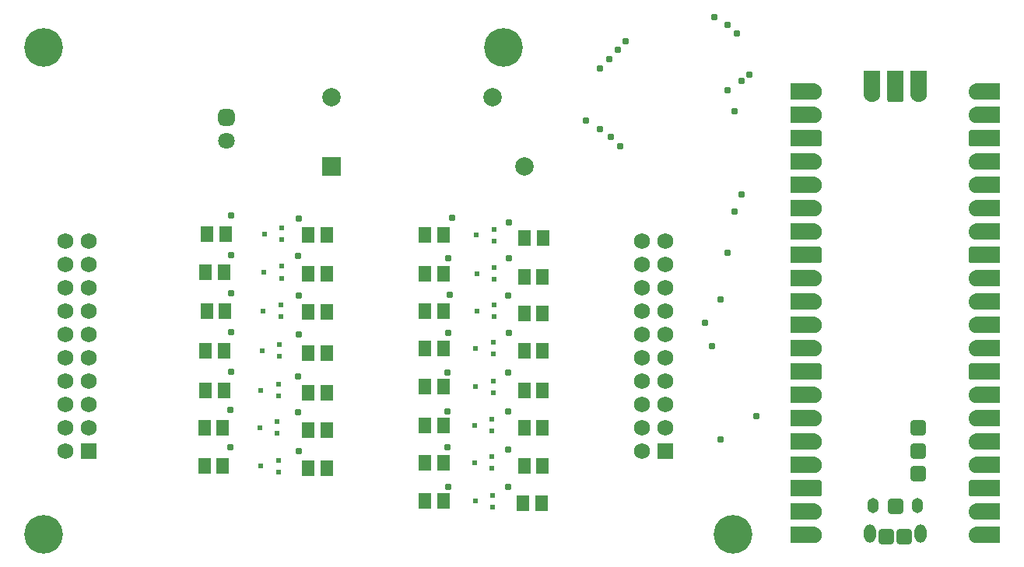
<source format=gbr>
G04*
G04 #@! TF.GenerationSoftware,Altium Limited,Altium Designer,23.9.2 (47)*
G04*
G04 Layer_Color=8388736*
%FSLAX25Y25*%
%MOIN*%
G70*
G04*
G04 #@! TF.SameCoordinates,7D7DC0CB-560A-4B43-BD03-011E7A05A225*
G04*
G04*
G04 #@! TF.FilePolarity,Negative*
G04*
G01*
G75*
%ADD17R,0.02362X0.01850*%
%ADD19O,0.04934X0.06509*%
%ADD20O,0.05131X0.07887*%
G04:AMPARAMS|DCode=21|XSize=67.06mil|YSize=67.06mil|CornerRadius=15.81mil|HoleSize=0mil|Usage=FLASHONLY|Rotation=180.000|XOffset=0mil|YOffset=0mil|HoleType=Round|Shape=RoundedRectangle|*
%AMROUNDEDRECTD21*
21,1,0.06706,0.03543,0,0,180.0*
21,1,0.03543,0.06706,0,0,180.0*
1,1,0.03162,-0.01772,0.01772*
1,1,0.03162,0.01772,0.01772*
1,1,0.03162,0.01772,-0.01772*
1,1,0.03162,-0.01772,-0.01772*
%
%ADD21ROUNDEDRECTD21*%
%ADD22R,0.05524X0.06509*%
%ADD23C,0.06800*%
%ADD24R,0.06850X0.06850*%
%ADD25C,0.06850*%
%ADD26C,0.07099*%
G04:AMPARAMS|DCode=27|XSize=70.99mil|YSize=70.99mil|CornerRadius=19.75mil|HoleSize=0mil|Usage=FLASHONLY|Rotation=270.000|XOffset=0mil|YOffset=0mil|HoleType=Round|Shape=RoundedRectangle|*
%AMROUNDEDRECTD27*
21,1,0.07099,0.03150,0,0,270.0*
21,1,0.03150,0.07099,0,0,270.0*
1,1,0.03950,-0.01575,-0.01575*
1,1,0.03950,-0.01575,0.01575*
1,1,0.03950,0.01575,0.01575*
1,1,0.03950,0.01575,-0.01575*
%
%ADD27ROUNDEDRECTD27*%
%ADD28C,0.07887*%
%ADD29R,0.07887X0.07887*%
%ADD30C,0.03100*%
%ADD31C,0.16548*%
G36*
X429343Y197957D02*
X419500D01*
X419315Y197961D01*
X419130Y197976D01*
X418945Y198000D01*
X418764Y198035D01*
X418583Y198079D01*
X418405Y198130D01*
X418228Y198193D01*
X418059Y198264D01*
X417890Y198343D01*
X417728Y198433D01*
X417571Y198528D01*
X417417Y198634D01*
X417272Y198748D01*
X417130Y198866D01*
X416996Y198996D01*
X416866Y199130D01*
X416748Y199272D01*
X416634Y199417D01*
X416528Y199571D01*
X416433Y199728D01*
X416342Y199890D01*
X416264Y200059D01*
X416193Y200228D01*
X416130Y200406D01*
X416079Y200583D01*
X416035Y200764D01*
X416000Y200945D01*
X415976Y201130D01*
X415961Y201315D01*
X415957Y201500D01*
X415961Y201685D01*
X415976Y201870D01*
X416000Y202055D01*
X416035Y202236D01*
X416079Y202417D01*
X416130Y202594D01*
X416193Y202772D01*
X416264Y202941D01*
X416342Y203110D01*
X416433Y203272D01*
X416528Y203429D01*
X416634Y203583D01*
X416748Y203728D01*
X416866Y203870D01*
X416996Y204004D01*
X417130Y204134D01*
X417272Y204252D01*
X417417Y204366D01*
X417571Y204472D01*
X417728Y204567D01*
X417890Y204658D01*
X418059Y204736D01*
X418228Y204807D01*
X418405Y204870D01*
X418583Y204921D01*
X418764Y204965D01*
X418945Y205000D01*
X419130Y205024D01*
X419315Y205039D01*
X419500Y205043D01*
X429343D01*
Y197957D01*
D02*
G37*
G36*
X349685Y205039D02*
X349870Y205024D01*
X350055Y205000D01*
X350236Y204965D01*
X350417Y204921D01*
X350594Y204870D01*
X350772Y204807D01*
X350941Y204736D01*
X351110Y204658D01*
X351272Y204567D01*
X351429Y204472D01*
X351583Y204366D01*
X351728Y204252D01*
X351870Y204134D01*
X352004Y204004D01*
X352134Y203870D01*
X352252Y203728D01*
X352366Y203583D01*
X352472Y203429D01*
X352567Y203272D01*
X352658Y203110D01*
X352736Y202941D01*
X352807Y202772D01*
X352870Y202594D01*
X352921Y202417D01*
X352965Y202236D01*
X353000Y202055D01*
X353024Y201870D01*
X353039Y201685D01*
X353043Y201500D01*
X353039Y201315D01*
X353024Y201130D01*
X353000Y200945D01*
X352965Y200764D01*
X352921Y200583D01*
X352870Y200406D01*
X352807Y200228D01*
X352736Y200059D01*
X352658Y199890D01*
X352567Y199728D01*
X352472Y199571D01*
X352366Y199417D01*
X352252Y199272D01*
X352134Y199130D01*
X352004Y198996D01*
X351870Y198866D01*
X351728Y198748D01*
X351583Y198634D01*
X351429Y198528D01*
X351272Y198433D01*
X351110Y198343D01*
X350941Y198264D01*
X350772Y198193D01*
X350594Y198130D01*
X350417Y198079D01*
X350236Y198035D01*
X350055Y198000D01*
X349870Y197976D01*
X349685Y197961D01*
X349500Y197957D01*
X339657D01*
Y205043D01*
X349500D01*
X349685Y205039D01*
D02*
G37*
G36*
X398043Y200594D02*
X398039Y200409D01*
X398024Y200224D01*
X398000Y200039D01*
X397965Y199858D01*
X397921Y199677D01*
X397870Y199500D01*
X397807Y199323D01*
X397736Y199153D01*
X397657Y198984D01*
X397567Y198823D01*
X397472Y198665D01*
X397366Y198512D01*
X397252Y198366D01*
X397134Y198224D01*
X397004Y198091D01*
X396870Y197961D01*
X396728Y197843D01*
X396583Y197728D01*
X396429Y197622D01*
X396272Y197528D01*
X396110Y197437D01*
X395941Y197358D01*
X395772Y197287D01*
X395595Y197224D01*
X395417Y197173D01*
X395236Y197130D01*
X395055Y197095D01*
X394870Y197071D01*
X394685Y197055D01*
X394500Y197051D01*
X394315Y197055D01*
X394130Y197071D01*
X393945Y197095D01*
X393764Y197130D01*
X393583Y197173D01*
X393406Y197224D01*
X393228Y197287D01*
X393059Y197358D01*
X392890Y197437D01*
X392728Y197528D01*
X392571Y197622D01*
X392417Y197728D01*
X392272Y197843D01*
X392130Y197961D01*
X391996Y198091D01*
X391866Y198224D01*
X391748Y198366D01*
X391634Y198512D01*
X391528Y198665D01*
X391433Y198823D01*
X391342Y198984D01*
X391264Y199153D01*
X391193Y199323D01*
X391130Y199500D01*
X391079Y199677D01*
X391035Y199858D01*
X391000Y200039D01*
X390976Y200224D01*
X390961Y200409D01*
X390957Y200594D01*
Y210437D01*
X398043D01*
Y200594D01*
D02*
G37*
G36*
X388043Y198232D02*
Y198169D01*
X388035Y198110D01*
X388028Y198047D01*
X388016Y197988D01*
X388004Y197925D01*
X387984Y197866D01*
X387965Y197807D01*
X387941Y197752D01*
X387913Y197697D01*
X387886Y197642D01*
X387854Y197591D01*
X387819Y197539D01*
X387779Y197488D01*
X387740Y197441D01*
X387697Y197398D01*
X387653Y197354D01*
X387606Y197315D01*
X387555Y197276D01*
X387504Y197240D01*
X387453Y197209D01*
X387398Y197181D01*
X387343Y197153D01*
X387287Y197130D01*
X387228Y197110D01*
X387169Y197091D01*
X387106Y197079D01*
X387047Y197067D01*
X386984Y197059D01*
X386925Y197051D01*
X382075D01*
X382016Y197059D01*
X381953Y197067D01*
X381894Y197079D01*
X381831Y197091D01*
X381772Y197110D01*
X381713Y197130D01*
X381658Y197153D01*
X381602Y197181D01*
X381547Y197209D01*
X381496Y197240D01*
X381445Y197276D01*
X381394Y197315D01*
X381347Y197354D01*
X381303Y197398D01*
X381260Y197441D01*
X381221Y197488D01*
X381181Y197539D01*
X381146Y197591D01*
X381114Y197642D01*
X381087Y197697D01*
X381059Y197752D01*
X381035Y197807D01*
X381016Y197866D01*
X380996Y197925D01*
X380984Y197988D01*
X380972Y198047D01*
X380965Y198110D01*
X380957Y198169D01*
Y198232D01*
Y210437D01*
X388043D01*
Y198232D01*
D02*
G37*
G36*
X378043Y200594D02*
X378039Y200409D01*
X378024Y200224D01*
X378000Y200039D01*
X377965Y199858D01*
X377921Y199677D01*
X377870Y199500D01*
X377807Y199323D01*
X377736Y199153D01*
X377658Y198984D01*
X377567Y198823D01*
X377472Y198665D01*
X377366Y198512D01*
X377252Y198366D01*
X377134Y198224D01*
X377004Y198091D01*
X376870Y197961D01*
X376728Y197843D01*
X376583Y197728D01*
X376429Y197622D01*
X376272Y197528D01*
X376110Y197437D01*
X375941Y197358D01*
X375772Y197287D01*
X375594Y197224D01*
X375417Y197173D01*
X375236Y197130D01*
X375055Y197095D01*
X374870Y197071D01*
X374685Y197055D01*
X374500Y197051D01*
X374315Y197055D01*
X374130Y197071D01*
X373945Y197095D01*
X373764Y197130D01*
X373583Y197173D01*
X373406Y197224D01*
X373228Y197287D01*
X373059Y197358D01*
X372890Y197437D01*
X372728Y197528D01*
X372571Y197622D01*
X372417Y197728D01*
X372272Y197843D01*
X372130Y197961D01*
X371996Y198091D01*
X371866Y198224D01*
X371748Y198366D01*
X371634Y198512D01*
X371528Y198665D01*
X371433Y198823D01*
X371342Y198984D01*
X371264Y199153D01*
X371193Y199323D01*
X371130Y199500D01*
X371079Y199677D01*
X371035Y199858D01*
X371000Y200039D01*
X370976Y200224D01*
X370961Y200409D01*
X370957Y200594D01*
Y210437D01*
X378043D01*
Y200594D01*
D02*
G37*
G36*
X429343Y187957D02*
X419500D01*
X419315Y187961D01*
X419130Y187976D01*
X418945Y188000D01*
X418764Y188035D01*
X418583Y188079D01*
X418405Y188130D01*
X418228Y188193D01*
X418059Y188264D01*
X417890Y188342D01*
X417728Y188433D01*
X417571Y188528D01*
X417417Y188634D01*
X417272Y188748D01*
X417130Y188866D01*
X416996Y188996D01*
X416866Y189130D01*
X416748Y189272D01*
X416634Y189417D01*
X416528Y189571D01*
X416433Y189728D01*
X416342Y189890D01*
X416264Y190059D01*
X416193Y190228D01*
X416130Y190405D01*
X416079Y190583D01*
X416035Y190764D01*
X416000Y190945D01*
X415976Y191130D01*
X415961Y191315D01*
X415957Y191500D01*
X415961Y191685D01*
X415976Y191870D01*
X416000Y192055D01*
X416035Y192236D01*
X416079Y192417D01*
X416130Y192595D01*
X416193Y192772D01*
X416264Y192941D01*
X416342Y193110D01*
X416433Y193272D01*
X416528Y193429D01*
X416634Y193583D01*
X416748Y193728D01*
X416866Y193870D01*
X416996Y194004D01*
X417130Y194134D01*
X417272Y194252D01*
X417417Y194366D01*
X417571Y194472D01*
X417728Y194567D01*
X417890Y194658D01*
X418059Y194736D01*
X418228Y194807D01*
X418405Y194870D01*
X418583Y194921D01*
X418764Y194965D01*
X418945Y195000D01*
X419130Y195024D01*
X419315Y195039D01*
X419500Y195043D01*
X429343D01*
Y187957D01*
D02*
G37*
G36*
X349685Y195039D02*
X349870Y195024D01*
X350055Y195000D01*
X350236Y194965D01*
X350417Y194921D01*
X350594Y194870D01*
X350772Y194807D01*
X350941Y194736D01*
X351110Y194658D01*
X351272Y194567D01*
X351429Y194472D01*
X351583Y194366D01*
X351728Y194252D01*
X351870Y194134D01*
X352004Y194004D01*
X352134Y193870D01*
X352252Y193728D01*
X352366Y193583D01*
X352472Y193429D01*
X352567Y193272D01*
X352658Y193110D01*
X352736Y192941D01*
X352807Y192772D01*
X352870Y192595D01*
X352921Y192417D01*
X352965Y192236D01*
X353000Y192055D01*
X353024Y191870D01*
X353039Y191685D01*
X353043Y191500D01*
X353039Y191315D01*
X353024Y191130D01*
X353000Y190945D01*
X352965Y190764D01*
X352921Y190583D01*
X352870Y190405D01*
X352807Y190228D01*
X352736Y190059D01*
X352658Y189890D01*
X352567Y189728D01*
X352472Y189571D01*
X352366Y189417D01*
X352252Y189272D01*
X352134Y189130D01*
X352004Y188996D01*
X351870Y188866D01*
X351728Y188748D01*
X351583Y188634D01*
X351429Y188528D01*
X351272Y188433D01*
X351110Y188342D01*
X350941Y188264D01*
X350772Y188193D01*
X350594Y188130D01*
X350417Y188079D01*
X350236Y188035D01*
X350055Y188000D01*
X349870Y187976D01*
X349685Y187961D01*
X349500Y187957D01*
X339657D01*
Y195043D01*
X349500D01*
X349685Y195039D01*
D02*
G37*
G36*
X429343Y177957D02*
X417075D01*
X417016Y177965D01*
X416953Y177972D01*
X416894Y177984D01*
X416831Y177996D01*
X416772Y178016D01*
X416713Y178035D01*
X416657Y178059D01*
X416602Y178087D01*
X416547Y178114D01*
X416496Y178146D01*
X416445Y178181D01*
X416394Y178220D01*
X416347Y178260D01*
X416303Y178303D01*
X416260Y178347D01*
X416221Y178394D01*
X416181Y178445D01*
X416146Y178496D01*
X416114Y178547D01*
X416087Y178602D01*
X416059Y178657D01*
X416035Y178713D01*
X416016Y178772D01*
X415996Y178831D01*
X415984Y178894D01*
X415972Y178953D01*
X415965Y179016D01*
X415957Y179075D01*
Y179138D01*
Y183862D01*
Y183925D01*
X415965Y183984D01*
X415972Y184047D01*
X415984Y184106D01*
X415996Y184169D01*
X416016Y184228D01*
X416035Y184287D01*
X416059Y184343D01*
X416087Y184398D01*
X416114Y184453D01*
X416146Y184504D01*
X416181Y184555D01*
X416221Y184606D01*
X416260Y184653D01*
X416303Y184697D01*
X416347Y184740D01*
X416394Y184780D01*
X416445Y184819D01*
X416496Y184854D01*
X416547Y184886D01*
X416602Y184913D01*
X416657Y184941D01*
X416713Y184965D01*
X416772Y184984D01*
X416831Y185004D01*
X416894Y185016D01*
X416953Y185028D01*
X417016Y185035D01*
X417075Y185043D01*
X429343D01*
Y177957D01*
D02*
G37*
G36*
X351984Y185035D02*
X352047Y185028D01*
X352106Y185016D01*
X352169Y185004D01*
X352228Y184984D01*
X352287Y184965D01*
X352343Y184941D01*
X352398Y184913D01*
X352453Y184886D01*
X352504Y184854D01*
X352555Y184819D01*
X352606Y184780D01*
X352654Y184740D01*
X352697Y184697D01*
X352740Y184653D01*
X352780Y184606D01*
X352819Y184555D01*
X352854Y184504D01*
X352886Y184453D01*
X352913Y184398D01*
X352941Y184343D01*
X352965Y184287D01*
X352984Y184228D01*
X353004Y184169D01*
X353016Y184106D01*
X353028Y184047D01*
X353035Y183984D01*
X353043Y183925D01*
Y183862D01*
Y179138D01*
Y179075D01*
X353035Y179016D01*
X353028Y178953D01*
X353016Y178894D01*
X353004Y178831D01*
X352984Y178772D01*
X352965Y178713D01*
X352941Y178657D01*
X352913Y178602D01*
X352886Y178547D01*
X352854Y178496D01*
X352819Y178445D01*
X352780Y178394D01*
X352740Y178347D01*
X352697Y178303D01*
X352654Y178260D01*
X352606Y178220D01*
X352555Y178181D01*
X352504Y178146D01*
X352453Y178114D01*
X352398Y178087D01*
X352343Y178059D01*
X352287Y178035D01*
X352228Y178016D01*
X352169Y177996D01*
X352106Y177984D01*
X352047Y177972D01*
X351984Y177965D01*
X351925Y177957D01*
X339657D01*
Y185043D01*
X351925D01*
X351984Y185035D01*
D02*
G37*
G36*
X429343Y167957D02*
X419500D01*
X419315Y167961D01*
X419130Y167976D01*
X418945Y168000D01*
X418764Y168035D01*
X418583Y168079D01*
X418405Y168130D01*
X418228Y168193D01*
X418059Y168264D01*
X417890Y168342D01*
X417728Y168433D01*
X417571Y168528D01*
X417417Y168634D01*
X417272Y168748D01*
X417130Y168866D01*
X416996Y168996D01*
X416866Y169130D01*
X416748Y169272D01*
X416634Y169417D01*
X416528Y169571D01*
X416433Y169728D01*
X416342Y169890D01*
X416264Y170059D01*
X416193Y170228D01*
X416130Y170405D01*
X416079Y170583D01*
X416035Y170764D01*
X416000Y170945D01*
X415976Y171130D01*
X415961Y171315D01*
X415957Y171500D01*
X415961Y171685D01*
X415976Y171870D01*
X416000Y172055D01*
X416035Y172236D01*
X416079Y172417D01*
X416130Y172594D01*
X416193Y172772D01*
X416264Y172941D01*
X416342Y173110D01*
X416433Y173272D01*
X416528Y173429D01*
X416634Y173583D01*
X416748Y173728D01*
X416866Y173870D01*
X416996Y174004D01*
X417130Y174134D01*
X417272Y174252D01*
X417417Y174366D01*
X417571Y174472D01*
X417728Y174567D01*
X417890Y174657D01*
X418059Y174736D01*
X418228Y174807D01*
X418405Y174870D01*
X418583Y174921D01*
X418764Y174965D01*
X418945Y175000D01*
X419130Y175024D01*
X419315Y175039D01*
X419500Y175043D01*
X429343D01*
Y167957D01*
D02*
G37*
G36*
X349685Y175039D02*
X349870Y175024D01*
X350055Y175000D01*
X350236Y174965D01*
X350417Y174921D01*
X350594Y174870D01*
X350772Y174807D01*
X350941Y174736D01*
X351110Y174657D01*
X351272Y174567D01*
X351429Y174472D01*
X351583Y174366D01*
X351728Y174252D01*
X351870Y174134D01*
X352004Y174004D01*
X352134Y173870D01*
X352252Y173728D01*
X352366Y173583D01*
X352472Y173429D01*
X352567Y173272D01*
X352658Y173110D01*
X352736Y172941D01*
X352807Y172772D01*
X352870Y172594D01*
X352921Y172417D01*
X352965Y172236D01*
X353000Y172055D01*
X353024Y171870D01*
X353039Y171685D01*
X353043Y171500D01*
X353039Y171315D01*
X353024Y171130D01*
X353000Y170945D01*
X352965Y170764D01*
X352921Y170583D01*
X352870Y170405D01*
X352807Y170228D01*
X352736Y170059D01*
X352658Y169890D01*
X352567Y169728D01*
X352472Y169571D01*
X352366Y169417D01*
X352252Y169272D01*
X352134Y169130D01*
X352004Y168996D01*
X351870Y168866D01*
X351728Y168748D01*
X351583Y168634D01*
X351429Y168528D01*
X351272Y168433D01*
X351110Y168342D01*
X350941Y168264D01*
X350772Y168193D01*
X350594Y168130D01*
X350417Y168079D01*
X350236Y168035D01*
X350055Y168000D01*
X349870Y167976D01*
X349685Y167961D01*
X349500Y167957D01*
X339657D01*
Y175043D01*
X349500D01*
X349685Y175039D01*
D02*
G37*
G36*
X429343Y157957D02*
X419500D01*
X419315Y157961D01*
X419130Y157976D01*
X418945Y158000D01*
X418764Y158035D01*
X418583Y158079D01*
X418405Y158130D01*
X418228Y158193D01*
X418059Y158264D01*
X417890Y158343D01*
X417728Y158433D01*
X417571Y158528D01*
X417417Y158634D01*
X417272Y158748D01*
X417130Y158866D01*
X416996Y158996D01*
X416866Y159130D01*
X416748Y159272D01*
X416634Y159417D01*
X416528Y159571D01*
X416433Y159728D01*
X416342Y159890D01*
X416264Y160059D01*
X416193Y160228D01*
X416130Y160406D01*
X416079Y160583D01*
X416035Y160764D01*
X416000Y160945D01*
X415976Y161130D01*
X415961Y161315D01*
X415957Y161500D01*
X415961Y161685D01*
X415976Y161870D01*
X416000Y162055D01*
X416035Y162236D01*
X416079Y162417D01*
X416130Y162594D01*
X416193Y162772D01*
X416264Y162941D01*
X416342Y163110D01*
X416433Y163272D01*
X416528Y163429D01*
X416634Y163583D01*
X416748Y163728D01*
X416866Y163870D01*
X416996Y164004D01*
X417130Y164134D01*
X417272Y164252D01*
X417417Y164366D01*
X417571Y164472D01*
X417728Y164567D01*
X417890Y164657D01*
X418059Y164736D01*
X418228Y164807D01*
X418405Y164870D01*
X418583Y164921D01*
X418764Y164965D01*
X418945Y165000D01*
X419130Y165024D01*
X419315Y165039D01*
X419500Y165043D01*
X429343D01*
Y157957D01*
D02*
G37*
G36*
X349685Y165039D02*
X349870Y165024D01*
X350055Y165000D01*
X350236Y164965D01*
X350417Y164921D01*
X350594Y164870D01*
X350772Y164807D01*
X350941Y164736D01*
X351110Y164657D01*
X351272Y164567D01*
X351429Y164472D01*
X351583Y164366D01*
X351728Y164252D01*
X351870Y164134D01*
X352004Y164004D01*
X352134Y163870D01*
X352252Y163728D01*
X352366Y163583D01*
X352472Y163429D01*
X352567Y163272D01*
X352658Y163110D01*
X352736Y162941D01*
X352807Y162772D01*
X352870Y162594D01*
X352921Y162417D01*
X352965Y162236D01*
X353000Y162055D01*
X353024Y161870D01*
X353039Y161685D01*
X353043Y161500D01*
X353039Y161315D01*
X353024Y161130D01*
X353000Y160945D01*
X352965Y160764D01*
X352921Y160583D01*
X352870Y160406D01*
X352807Y160228D01*
X352736Y160059D01*
X352658Y159890D01*
X352567Y159728D01*
X352472Y159571D01*
X352366Y159417D01*
X352252Y159272D01*
X352134Y159130D01*
X352004Y158996D01*
X351870Y158866D01*
X351728Y158748D01*
X351583Y158634D01*
X351429Y158528D01*
X351272Y158433D01*
X351110Y158343D01*
X350941Y158264D01*
X350772Y158193D01*
X350594Y158130D01*
X350417Y158079D01*
X350236Y158035D01*
X350055Y158000D01*
X349870Y157976D01*
X349685Y157961D01*
X349500Y157957D01*
X339657D01*
Y165043D01*
X349500D01*
X349685Y165039D01*
D02*
G37*
G36*
X429343Y147957D02*
X419500D01*
X419315Y147961D01*
X419130Y147976D01*
X418945Y148000D01*
X418764Y148035D01*
X418583Y148079D01*
X418405Y148130D01*
X418228Y148193D01*
X418059Y148264D01*
X417890Y148343D01*
X417728Y148433D01*
X417571Y148528D01*
X417417Y148634D01*
X417272Y148748D01*
X417130Y148866D01*
X416996Y148996D01*
X416866Y149130D01*
X416748Y149272D01*
X416634Y149417D01*
X416528Y149571D01*
X416433Y149728D01*
X416342Y149890D01*
X416264Y150059D01*
X416193Y150228D01*
X416130Y150406D01*
X416079Y150583D01*
X416035Y150764D01*
X416000Y150945D01*
X415976Y151130D01*
X415961Y151315D01*
X415957Y151500D01*
X415961Y151685D01*
X415976Y151870D01*
X416000Y152055D01*
X416035Y152236D01*
X416079Y152417D01*
X416130Y152594D01*
X416193Y152772D01*
X416264Y152941D01*
X416342Y153110D01*
X416433Y153272D01*
X416528Y153429D01*
X416634Y153583D01*
X416748Y153728D01*
X416866Y153870D01*
X416996Y154004D01*
X417130Y154134D01*
X417272Y154252D01*
X417417Y154366D01*
X417571Y154472D01*
X417728Y154567D01*
X417890Y154657D01*
X418059Y154736D01*
X418228Y154807D01*
X418405Y154870D01*
X418583Y154921D01*
X418764Y154965D01*
X418945Y155000D01*
X419130Y155024D01*
X419315Y155039D01*
X419500Y155043D01*
X429343D01*
Y147957D01*
D02*
G37*
G36*
X349685Y155039D02*
X349870Y155024D01*
X350055Y155000D01*
X350236Y154965D01*
X350417Y154921D01*
X350594Y154870D01*
X350772Y154807D01*
X350941Y154736D01*
X351110Y154657D01*
X351272Y154567D01*
X351429Y154472D01*
X351583Y154366D01*
X351728Y154252D01*
X351870Y154134D01*
X352004Y154004D01*
X352134Y153870D01*
X352252Y153728D01*
X352366Y153583D01*
X352472Y153429D01*
X352567Y153272D01*
X352658Y153110D01*
X352736Y152941D01*
X352807Y152772D01*
X352870Y152594D01*
X352921Y152417D01*
X352965Y152236D01*
X353000Y152055D01*
X353024Y151870D01*
X353039Y151685D01*
X353043Y151500D01*
X353039Y151315D01*
X353024Y151130D01*
X353000Y150945D01*
X352965Y150764D01*
X352921Y150583D01*
X352870Y150406D01*
X352807Y150228D01*
X352736Y150059D01*
X352658Y149890D01*
X352567Y149728D01*
X352472Y149571D01*
X352366Y149417D01*
X352252Y149272D01*
X352134Y149130D01*
X352004Y148996D01*
X351870Y148866D01*
X351728Y148748D01*
X351583Y148634D01*
X351429Y148528D01*
X351272Y148433D01*
X351110Y148343D01*
X350941Y148264D01*
X350772Y148193D01*
X350594Y148130D01*
X350417Y148079D01*
X350236Y148035D01*
X350055Y148000D01*
X349870Y147976D01*
X349685Y147961D01*
X349500Y147957D01*
X339657D01*
Y155043D01*
X349500D01*
X349685Y155039D01*
D02*
G37*
G36*
X429343Y137957D02*
X419500D01*
X419315Y137961D01*
X419130Y137976D01*
X418945Y138000D01*
X418764Y138035D01*
X418583Y138079D01*
X418405Y138130D01*
X418228Y138193D01*
X418059Y138264D01*
X417890Y138342D01*
X417728Y138433D01*
X417571Y138528D01*
X417417Y138634D01*
X417272Y138748D01*
X417130Y138866D01*
X416996Y138996D01*
X416866Y139130D01*
X416748Y139272D01*
X416634Y139417D01*
X416528Y139571D01*
X416433Y139728D01*
X416342Y139890D01*
X416264Y140059D01*
X416193Y140228D01*
X416130Y140405D01*
X416079Y140583D01*
X416035Y140764D01*
X416000Y140945D01*
X415976Y141130D01*
X415961Y141315D01*
X415957Y141500D01*
X415961Y141685D01*
X415976Y141870D01*
X416000Y142055D01*
X416035Y142236D01*
X416079Y142417D01*
X416130Y142595D01*
X416193Y142772D01*
X416264Y142941D01*
X416342Y143110D01*
X416433Y143272D01*
X416528Y143429D01*
X416634Y143583D01*
X416748Y143728D01*
X416866Y143870D01*
X416996Y144004D01*
X417130Y144134D01*
X417272Y144252D01*
X417417Y144366D01*
X417571Y144472D01*
X417728Y144567D01*
X417890Y144658D01*
X418059Y144736D01*
X418228Y144807D01*
X418405Y144870D01*
X418583Y144921D01*
X418764Y144965D01*
X418945Y145000D01*
X419130Y145024D01*
X419315Y145039D01*
X419500Y145043D01*
X429343D01*
Y137957D01*
D02*
G37*
G36*
X349685Y145039D02*
X349870Y145024D01*
X350055Y145000D01*
X350236Y144965D01*
X350417Y144921D01*
X350594Y144870D01*
X350772Y144807D01*
X350941Y144736D01*
X351110Y144658D01*
X351272Y144567D01*
X351429Y144472D01*
X351583Y144366D01*
X351728Y144252D01*
X351870Y144134D01*
X352004Y144004D01*
X352134Y143870D01*
X352252Y143728D01*
X352366Y143583D01*
X352472Y143429D01*
X352567Y143272D01*
X352658Y143110D01*
X352736Y142941D01*
X352807Y142772D01*
X352870Y142595D01*
X352921Y142417D01*
X352965Y142236D01*
X353000Y142055D01*
X353024Y141870D01*
X353039Y141685D01*
X353043Y141500D01*
X353039Y141315D01*
X353024Y141130D01*
X353000Y140945D01*
X352965Y140764D01*
X352921Y140583D01*
X352870Y140405D01*
X352807Y140228D01*
X352736Y140059D01*
X352658Y139890D01*
X352567Y139728D01*
X352472Y139571D01*
X352366Y139417D01*
X352252Y139272D01*
X352134Y139130D01*
X352004Y138996D01*
X351870Y138866D01*
X351728Y138748D01*
X351583Y138634D01*
X351429Y138528D01*
X351272Y138433D01*
X351110Y138342D01*
X350941Y138264D01*
X350772Y138193D01*
X350594Y138130D01*
X350417Y138079D01*
X350236Y138035D01*
X350055Y138000D01*
X349870Y137976D01*
X349685Y137961D01*
X349500Y137957D01*
X339657D01*
Y145043D01*
X349500D01*
X349685Y145039D01*
D02*
G37*
G36*
X429343Y127957D02*
X417075D01*
X417016Y127965D01*
X416953Y127972D01*
X416894Y127984D01*
X416831Y127996D01*
X416772Y128016D01*
X416713Y128035D01*
X416657Y128059D01*
X416602Y128087D01*
X416547Y128114D01*
X416496Y128146D01*
X416445Y128181D01*
X416394Y128220D01*
X416347Y128260D01*
X416303Y128303D01*
X416260Y128347D01*
X416221Y128394D01*
X416181Y128445D01*
X416146Y128496D01*
X416114Y128547D01*
X416087Y128602D01*
X416059Y128657D01*
X416035Y128713D01*
X416016Y128772D01*
X415996Y128831D01*
X415984Y128894D01*
X415972Y128953D01*
X415965Y129016D01*
X415957Y129075D01*
Y129138D01*
Y133862D01*
Y133925D01*
X415965Y133984D01*
X415972Y134047D01*
X415984Y134106D01*
X415996Y134169D01*
X416016Y134228D01*
X416035Y134287D01*
X416059Y134343D01*
X416087Y134398D01*
X416114Y134453D01*
X416146Y134504D01*
X416181Y134555D01*
X416221Y134606D01*
X416260Y134653D01*
X416303Y134697D01*
X416347Y134740D01*
X416394Y134780D01*
X416445Y134819D01*
X416496Y134854D01*
X416547Y134886D01*
X416602Y134913D01*
X416657Y134941D01*
X416713Y134965D01*
X416772Y134984D01*
X416831Y135004D01*
X416894Y135016D01*
X416953Y135028D01*
X417016Y135035D01*
X417075Y135043D01*
X429343D01*
Y127957D01*
D02*
G37*
G36*
X351984Y135035D02*
X352047Y135028D01*
X352106Y135016D01*
X352169Y135004D01*
X352228Y134984D01*
X352287Y134965D01*
X352343Y134941D01*
X352398Y134913D01*
X352453Y134886D01*
X352504Y134854D01*
X352555Y134819D01*
X352606Y134780D01*
X352654Y134740D01*
X352697Y134697D01*
X352740Y134653D01*
X352780Y134606D01*
X352819Y134555D01*
X352854Y134504D01*
X352886Y134453D01*
X352913Y134398D01*
X352941Y134343D01*
X352965Y134287D01*
X352984Y134228D01*
X353004Y134169D01*
X353016Y134106D01*
X353028Y134047D01*
X353035Y133984D01*
X353043Y133925D01*
Y133862D01*
Y129138D01*
Y129075D01*
X353035Y129016D01*
X353028Y128953D01*
X353016Y128894D01*
X353004Y128831D01*
X352984Y128772D01*
X352965Y128713D01*
X352941Y128657D01*
X352913Y128602D01*
X352886Y128547D01*
X352854Y128496D01*
X352819Y128445D01*
X352780Y128394D01*
X352740Y128347D01*
X352697Y128303D01*
X352654Y128260D01*
X352606Y128220D01*
X352555Y128181D01*
X352504Y128146D01*
X352453Y128114D01*
X352398Y128087D01*
X352343Y128059D01*
X352287Y128035D01*
X352228Y128016D01*
X352169Y127996D01*
X352106Y127984D01*
X352047Y127972D01*
X351984Y127965D01*
X351925Y127957D01*
X339657D01*
Y135043D01*
X351925D01*
X351984Y135035D01*
D02*
G37*
G36*
X429343Y117957D02*
X419500D01*
X419315Y117961D01*
X419130Y117976D01*
X418945Y118000D01*
X418764Y118035D01*
X418583Y118079D01*
X418405Y118130D01*
X418228Y118193D01*
X418059Y118264D01*
X417890Y118342D01*
X417728Y118433D01*
X417571Y118528D01*
X417417Y118634D01*
X417272Y118748D01*
X417130Y118866D01*
X416996Y118996D01*
X416866Y119130D01*
X416748Y119272D01*
X416634Y119417D01*
X416528Y119571D01*
X416433Y119728D01*
X416342Y119890D01*
X416264Y120059D01*
X416193Y120228D01*
X416130Y120405D01*
X416079Y120583D01*
X416035Y120764D01*
X416000Y120945D01*
X415976Y121130D01*
X415961Y121315D01*
X415957Y121500D01*
X415961Y121685D01*
X415976Y121870D01*
X416000Y122055D01*
X416035Y122236D01*
X416079Y122417D01*
X416130Y122594D01*
X416193Y122772D01*
X416264Y122941D01*
X416342Y123110D01*
X416433Y123272D01*
X416528Y123429D01*
X416634Y123583D01*
X416748Y123728D01*
X416866Y123870D01*
X416996Y124004D01*
X417130Y124134D01*
X417272Y124252D01*
X417417Y124366D01*
X417571Y124472D01*
X417728Y124567D01*
X417890Y124657D01*
X418059Y124736D01*
X418228Y124807D01*
X418405Y124870D01*
X418583Y124921D01*
X418764Y124965D01*
X418945Y125000D01*
X419130Y125024D01*
X419315Y125039D01*
X419500Y125043D01*
X429343D01*
Y117957D01*
D02*
G37*
G36*
X349685Y125039D02*
X349870Y125024D01*
X350055Y125000D01*
X350236Y124965D01*
X350417Y124921D01*
X350594Y124870D01*
X350772Y124807D01*
X350941Y124736D01*
X351110Y124657D01*
X351272Y124567D01*
X351429Y124472D01*
X351583Y124366D01*
X351728Y124252D01*
X351870Y124134D01*
X352004Y124004D01*
X352134Y123870D01*
X352252Y123728D01*
X352366Y123583D01*
X352472Y123429D01*
X352567Y123272D01*
X352658Y123110D01*
X352736Y122941D01*
X352807Y122772D01*
X352870Y122594D01*
X352921Y122417D01*
X352965Y122236D01*
X353000Y122055D01*
X353024Y121870D01*
X353039Y121685D01*
X353043Y121500D01*
X353039Y121315D01*
X353024Y121130D01*
X353000Y120945D01*
X352965Y120764D01*
X352921Y120583D01*
X352870Y120405D01*
X352807Y120228D01*
X352736Y120059D01*
X352658Y119890D01*
X352567Y119728D01*
X352472Y119571D01*
X352366Y119417D01*
X352252Y119272D01*
X352134Y119130D01*
X352004Y118996D01*
X351870Y118866D01*
X351728Y118748D01*
X351583Y118634D01*
X351429Y118528D01*
X351272Y118433D01*
X351110Y118342D01*
X350941Y118264D01*
X350772Y118193D01*
X350594Y118130D01*
X350417Y118079D01*
X350236Y118035D01*
X350055Y118000D01*
X349870Y117976D01*
X349685Y117961D01*
X349500Y117957D01*
X339657D01*
Y125043D01*
X349500D01*
X349685Y125039D01*
D02*
G37*
G36*
X429343Y107957D02*
X419500D01*
X419315Y107961D01*
X419130Y107976D01*
X418945Y108000D01*
X418764Y108035D01*
X418583Y108079D01*
X418405Y108130D01*
X418228Y108193D01*
X418059Y108264D01*
X417890Y108343D01*
X417728Y108433D01*
X417571Y108528D01*
X417417Y108634D01*
X417272Y108748D01*
X417130Y108866D01*
X416996Y108996D01*
X416866Y109130D01*
X416748Y109272D01*
X416634Y109417D01*
X416528Y109571D01*
X416433Y109728D01*
X416342Y109890D01*
X416264Y110059D01*
X416193Y110228D01*
X416130Y110406D01*
X416079Y110583D01*
X416035Y110764D01*
X416000Y110945D01*
X415976Y111130D01*
X415961Y111315D01*
X415957Y111500D01*
X415961Y111685D01*
X415976Y111870D01*
X416000Y112055D01*
X416035Y112236D01*
X416079Y112417D01*
X416130Y112594D01*
X416193Y112772D01*
X416264Y112941D01*
X416342Y113110D01*
X416433Y113272D01*
X416528Y113429D01*
X416634Y113583D01*
X416748Y113728D01*
X416866Y113870D01*
X416996Y114004D01*
X417130Y114134D01*
X417272Y114252D01*
X417417Y114366D01*
X417571Y114472D01*
X417728Y114567D01*
X417890Y114657D01*
X418059Y114736D01*
X418228Y114807D01*
X418405Y114870D01*
X418583Y114921D01*
X418764Y114965D01*
X418945Y115000D01*
X419130Y115024D01*
X419315Y115039D01*
X419500Y115043D01*
X429343D01*
Y107957D01*
D02*
G37*
G36*
X349685Y115039D02*
X349870Y115024D01*
X350055Y115000D01*
X350236Y114965D01*
X350417Y114921D01*
X350594Y114870D01*
X350772Y114807D01*
X350941Y114736D01*
X351110Y114657D01*
X351272Y114567D01*
X351429Y114472D01*
X351583Y114366D01*
X351728Y114252D01*
X351870Y114134D01*
X352004Y114004D01*
X352134Y113870D01*
X352252Y113728D01*
X352366Y113583D01*
X352472Y113429D01*
X352567Y113272D01*
X352658Y113110D01*
X352736Y112941D01*
X352807Y112772D01*
X352870Y112594D01*
X352921Y112417D01*
X352965Y112236D01*
X353000Y112055D01*
X353024Y111870D01*
X353039Y111685D01*
X353043Y111500D01*
X353039Y111315D01*
X353024Y111130D01*
X353000Y110945D01*
X352965Y110764D01*
X352921Y110583D01*
X352870Y110406D01*
X352807Y110228D01*
X352736Y110059D01*
X352658Y109890D01*
X352567Y109728D01*
X352472Y109571D01*
X352366Y109417D01*
X352252Y109272D01*
X352134Y109130D01*
X352004Y108996D01*
X351870Y108866D01*
X351728Y108748D01*
X351583Y108634D01*
X351429Y108528D01*
X351272Y108433D01*
X351110Y108343D01*
X350941Y108264D01*
X350772Y108193D01*
X350594Y108130D01*
X350417Y108079D01*
X350236Y108035D01*
X350055Y108000D01*
X349870Y107976D01*
X349685Y107961D01*
X349500Y107957D01*
X339657D01*
Y115043D01*
X349500D01*
X349685Y115039D01*
D02*
G37*
G36*
X429343Y97957D02*
X419500D01*
X419315Y97961D01*
X419130Y97976D01*
X418945Y98000D01*
X418764Y98035D01*
X418583Y98079D01*
X418405Y98130D01*
X418228Y98193D01*
X418059Y98264D01*
X417890Y98343D01*
X417728Y98433D01*
X417571Y98528D01*
X417417Y98634D01*
X417272Y98748D01*
X417130Y98866D01*
X416996Y98996D01*
X416866Y99130D01*
X416748Y99272D01*
X416634Y99417D01*
X416528Y99571D01*
X416433Y99728D01*
X416342Y99890D01*
X416264Y100059D01*
X416193Y100228D01*
X416130Y100406D01*
X416079Y100583D01*
X416035Y100764D01*
X416000Y100945D01*
X415976Y101130D01*
X415961Y101315D01*
X415957Y101500D01*
X415961Y101685D01*
X415976Y101870D01*
X416000Y102055D01*
X416035Y102236D01*
X416079Y102417D01*
X416130Y102594D01*
X416193Y102772D01*
X416264Y102941D01*
X416342Y103110D01*
X416433Y103272D01*
X416528Y103429D01*
X416634Y103583D01*
X416748Y103728D01*
X416866Y103870D01*
X416996Y104004D01*
X417130Y104134D01*
X417272Y104252D01*
X417417Y104366D01*
X417571Y104472D01*
X417728Y104567D01*
X417890Y104657D01*
X418059Y104736D01*
X418228Y104807D01*
X418405Y104870D01*
X418583Y104921D01*
X418764Y104965D01*
X418945Y105000D01*
X419130Y105024D01*
X419315Y105039D01*
X419500Y105043D01*
X429343D01*
Y97957D01*
D02*
G37*
G36*
X349685Y105039D02*
X349870Y105024D01*
X350055Y105000D01*
X350236Y104965D01*
X350417Y104921D01*
X350594Y104870D01*
X350772Y104807D01*
X350941Y104736D01*
X351110Y104657D01*
X351272Y104567D01*
X351429Y104472D01*
X351583Y104366D01*
X351728Y104252D01*
X351870Y104134D01*
X352004Y104004D01*
X352134Y103870D01*
X352252Y103728D01*
X352366Y103583D01*
X352472Y103429D01*
X352567Y103272D01*
X352658Y103110D01*
X352736Y102941D01*
X352807Y102772D01*
X352870Y102594D01*
X352921Y102417D01*
X352965Y102236D01*
X353000Y102055D01*
X353024Y101870D01*
X353039Y101685D01*
X353043Y101500D01*
X353039Y101315D01*
X353024Y101130D01*
X353000Y100945D01*
X352965Y100764D01*
X352921Y100583D01*
X352870Y100406D01*
X352807Y100228D01*
X352736Y100059D01*
X352658Y99890D01*
X352567Y99728D01*
X352472Y99571D01*
X352366Y99417D01*
X352252Y99272D01*
X352134Y99130D01*
X352004Y98996D01*
X351870Y98866D01*
X351728Y98748D01*
X351583Y98634D01*
X351429Y98528D01*
X351272Y98433D01*
X351110Y98343D01*
X350941Y98264D01*
X350772Y98193D01*
X350594Y98130D01*
X350417Y98079D01*
X350236Y98035D01*
X350055Y98000D01*
X349870Y97976D01*
X349685Y97961D01*
X349500Y97957D01*
X339657D01*
Y105043D01*
X349500D01*
X349685Y105039D01*
D02*
G37*
G36*
X429343Y87957D02*
X419500D01*
X419315Y87961D01*
X419130Y87976D01*
X418945Y88000D01*
X418764Y88035D01*
X418583Y88079D01*
X418405Y88130D01*
X418228Y88193D01*
X418059Y88264D01*
X417890Y88342D01*
X417728Y88433D01*
X417571Y88528D01*
X417417Y88634D01*
X417272Y88748D01*
X417130Y88866D01*
X416996Y88996D01*
X416866Y89130D01*
X416748Y89272D01*
X416634Y89417D01*
X416528Y89571D01*
X416433Y89728D01*
X416342Y89890D01*
X416264Y90059D01*
X416193Y90228D01*
X416130Y90405D01*
X416079Y90583D01*
X416035Y90764D01*
X416000Y90945D01*
X415976Y91130D01*
X415961Y91315D01*
X415957Y91500D01*
X415961Y91685D01*
X415976Y91870D01*
X416000Y92055D01*
X416035Y92236D01*
X416079Y92417D01*
X416130Y92594D01*
X416193Y92772D01*
X416264Y92941D01*
X416342Y93110D01*
X416433Y93272D01*
X416528Y93429D01*
X416634Y93583D01*
X416748Y93728D01*
X416866Y93870D01*
X416996Y94004D01*
X417130Y94134D01*
X417272Y94252D01*
X417417Y94366D01*
X417571Y94472D01*
X417728Y94567D01*
X417890Y94657D01*
X418059Y94736D01*
X418228Y94807D01*
X418405Y94870D01*
X418583Y94921D01*
X418764Y94965D01*
X418945Y95000D01*
X419130Y95024D01*
X419315Y95039D01*
X419500Y95043D01*
X429343D01*
Y87957D01*
D02*
G37*
G36*
X349685Y95039D02*
X349870Y95024D01*
X350055Y95000D01*
X350236Y94965D01*
X350417Y94921D01*
X350594Y94870D01*
X350772Y94807D01*
X350941Y94736D01*
X351110Y94657D01*
X351272Y94567D01*
X351429Y94472D01*
X351583Y94366D01*
X351728Y94252D01*
X351870Y94134D01*
X352004Y94004D01*
X352134Y93870D01*
X352252Y93728D01*
X352366Y93583D01*
X352472Y93429D01*
X352567Y93272D01*
X352658Y93110D01*
X352736Y92941D01*
X352807Y92772D01*
X352870Y92594D01*
X352921Y92417D01*
X352965Y92236D01*
X353000Y92055D01*
X353024Y91870D01*
X353039Y91685D01*
X353043Y91500D01*
X353039Y91315D01*
X353024Y91130D01*
X353000Y90945D01*
X352965Y90764D01*
X352921Y90583D01*
X352870Y90405D01*
X352807Y90228D01*
X352736Y90059D01*
X352658Y89890D01*
X352567Y89728D01*
X352472Y89571D01*
X352366Y89417D01*
X352252Y89272D01*
X352134Y89130D01*
X352004Y88996D01*
X351870Y88866D01*
X351728Y88748D01*
X351583Y88634D01*
X351429Y88528D01*
X351272Y88433D01*
X351110Y88342D01*
X350941Y88264D01*
X350772Y88193D01*
X350594Y88130D01*
X350417Y88079D01*
X350236Y88035D01*
X350055Y88000D01*
X349870Y87976D01*
X349685Y87961D01*
X349500Y87957D01*
X339657D01*
Y95043D01*
X349500D01*
X349685Y95039D01*
D02*
G37*
G36*
X429343Y77957D02*
X417075D01*
X417016Y77965D01*
X416953Y77972D01*
X416894Y77984D01*
X416831Y77996D01*
X416772Y78016D01*
X416713Y78035D01*
X416657Y78059D01*
X416602Y78087D01*
X416547Y78114D01*
X416496Y78146D01*
X416445Y78181D01*
X416394Y78220D01*
X416347Y78260D01*
X416303Y78303D01*
X416260Y78347D01*
X416221Y78394D01*
X416181Y78445D01*
X416146Y78496D01*
X416114Y78547D01*
X416087Y78602D01*
X416059Y78658D01*
X416035Y78713D01*
X416016Y78772D01*
X415996Y78831D01*
X415984Y78894D01*
X415972Y78953D01*
X415965Y79016D01*
X415957Y79075D01*
Y79138D01*
Y83862D01*
Y83925D01*
X415965Y83984D01*
X415972Y84047D01*
X415984Y84106D01*
X415996Y84169D01*
X416016Y84228D01*
X416035Y84287D01*
X416059Y84342D01*
X416087Y84398D01*
X416114Y84453D01*
X416146Y84504D01*
X416181Y84555D01*
X416221Y84606D01*
X416260Y84654D01*
X416303Y84697D01*
X416347Y84740D01*
X416394Y84780D01*
X416445Y84819D01*
X416496Y84854D01*
X416547Y84886D01*
X416602Y84913D01*
X416657Y84941D01*
X416713Y84965D01*
X416772Y84984D01*
X416831Y85004D01*
X416894Y85016D01*
X416953Y85028D01*
X417016Y85035D01*
X417075Y85043D01*
X429343D01*
Y77957D01*
D02*
G37*
G36*
X351984Y85035D02*
X352047Y85028D01*
X352106Y85016D01*
X352169Y85004D01*
X352228Y84984D01*
X352287Y84965D01*
X352343Y84941D01*
X352398Y84913D01*
X352453Y84886D01*
X352504Y84854D01*
X352555Y84819D01*
X352606Y84780D01*
X352654Y84740D01*
X352697Y84697D01*
X352740Y84654D01*
X352780Y84606D01*
X352819Y84555D01*
X352854Y84504D01*
X352886Y84453D01*
X352913Y84398D01*
X352941Y84342D01*
X352965Y84287D01*
X352984Y84228D01*
X353004Y84169D01*
X353016Y84106D01*
X353028Y84047D01*
X353035Y83984D01*
X353043Y83925D01*
Y83862D01*
Y79138D01*
Y79075D01*
X353035Y79016D01*
X353028Y78953D01*
X353016Y78894D01*
X353004Y78831D01*
X352984Y78772D01*
X352965Y78713D01*
X352941Y78658D01*
X352913Y78602D01*
X352886Y78547D01*
X352854Y78496D01*
X352819Y78445D01*
X352780Y78394D01*
X352740Y78347D01*
X352697Y78303D01*
X352654Y78260D01*
X352606Y78220D01*
X352555Y78181D01*
X352504Y78146D01*
X352453Y78114D01*
X352398Y78087D01*
X352343Y78059D01*
X352287Y78035D01*
X352228Y78016D01*
X352169Y77996D01*
X352106Y77984D01*
X352047Y77972D01*
X351984Y77965D01*
X351925Y77957D01*
X339657D01*
Y85043D01*
X351925D01*
X351984Y85035D01*
D02*
G37*
G36*
X429343Y67957D02*
X419500D01*
X419315Y67961D01*
X419130Y67976D01*
X418945Y68000D01*
X418764Y68035D01*
X418583Y68079D01*
X418405Y68130D01*
X418228Y68193D01*
X418059Y68264D01*
X417890Y68343D01*
X417728Y68433D01*
X417571Y68528D01*
X417417Y68634D01*
X417272Y68748D01*
X417130Y68866D01*
X416996Y68996D01*
X416866Y69130D01*
X416748Y69272D01*
X416634Y69417D01*
X416528Y69571D01*
X416433Y69728D01*
X416342Y69890D01*
X416264Y70059D01*
X416193Y70228D01*
X416130Y70406D01*
X416079Y70583D01*
X416035Y70764D01*
X416000Y70945D01*
X415976Y71130D01*
X415961Y71315D01*
X415957Y71500D01*
X415961Y71685D01*
X415976Y71870D01*
X416000Y72055D01*
X416035Y72236D01*
X416079Y72417D01*
X416130Y72594D01*
X416193Y72772D01*
X416264Y72941D01*
X416342Y73110D01*
X416433Y73272D01*
X416528Y73429D01*
X416634Y73583D01*
X416748Y73728D01*
X416866Y73870D01*
X416996Y74004D01*
X417130Y74134D01*
X417272Y74252D01*
X417417Y74366D01*
X417571Y74472D01*
X417728Y74567D01*
X417890Y74657D01*
X418059Y74736D01*
X418228Y74807D01*
X418405Y74870D01*
X418583Y74921D01*
X418764Y74965D01*
X418945Y75000D01*
X419130Y75024D01*
X419315Y75039D01*
X419500Y75043D01*
X429343D01*
Y67957D01*
D02*
G37*
G36*
X349685Y75039D02*
X349870Y75024D01*
X350055Y75000D01*
X350236Y74965D01*
X350417Y74921D01*
X350594Y74870D01*
X350772Y74807D01*
X350941Y74736D01*
X351110Y74657D01*
X351272Y74567D01*
X351429Y74472D01*
X351583Y74366D01*
X351728Y74252D01*
X351870Y74134D01*
X352004Y74004D01*
X352134Y73870D01*
X352252Y73728D01*
X352366Y73583D01*
X352472Y73429D01*
X352567Y73272D01*
X352658Y73110D01*
X352736Y72941D01*
X352807Y72772D01*
X352870Y72594D01*
X352921Y72417D01*
X352965Y72236D01*
X353000Y72055D01*
X353024Y71870D01*
X353039Y71685D01*
X353043Y71500D01*
X353039Y71315D01*
X353024Y71130D01*
X353000Y70945D01*
X352965Y70764D01*
X352921Y70583D01*
X352870Y70406D01*
X352807Y70228D01*
X352736Y70059D01*
X352658Y69890D01*
X352567Y69728D01*
X352472Y69571D01*
X352366Y69417D01*
X352252Y69272D01*
X352134Y69130D01*
X352004Y68996D01*
X351870Y68866D01*
X351728Y68748D01*
X351583Y68634D01*
X351429Y68528D01*
X351272Y68433D01*
X351110Y68343D01*
X350941Y68264D01*
X350772Y68193D01*
X350594Y68130D01*
X350417Y68079D01*
X350236Y68035D01*
X350055Y68000D01*
X349870Y67976D01*
X349685Y67961D01*
X349500Y67957D01*
X339657D01*
Y75043D01*
X349500D01*
X349685Y75039D01*
D02*
G37*
G36*
X429343Y57957D02*
X419500D01*
X419315Y57961D01*
X419130Y57976D01*
X418945Y58000D01*
X418764Y58035D01*
X418583Y58079D01*
X418405Y58130D01*
X418228Y58193D01*
X418059Y58264D01*
X417890Y58342D01*
X417728Y58433D01*
X417571Y58528D01*
X417417Y58634D01*
X417272Y58748D01*
X417130Y58866D01*
X416996Y58996D01*
X416866Y59130D01*
X416748Y59272D01*
X416634Y59417D01*
X416528Y59571D01*
X416433Y59728D01*
X416342Y59890D01*
X416264Y60059D01*
X416193Y60228D01*
X416130Y60405D01*
X416079Y60583D01*
X416035Y60764D01*
X416000Y60945D01*
X415976Y61130D01*
X415961Y61315D01*
X415957Y61500D01*
X415961Y61685D01*
X415976Y61870D01*
X416000Y62055D01*
X416035Y62236D01*
X416079Y62417D01*
X416130Y62594D01*
X416193Y62772D01*
X416264Y62941D01*
X416342Y63110D01*
X416433Y63272D01*
X416528Y63429D01*
X416634Y63583D01*
X416748Y63728D01*
X416866Y63870D01*
X416996Y64004D01*
X417130Y64134D01*
X417272Y64252D01*
X417417Y64366D01*
X417571Y64472D01*
X417728Y64567D01*
X417890Y64657D01*
X418059Y64736D01*
X418228Y64807D01*
X418405Y64870D01*
X418583Y64921D01*
X418764Y64965D01*
X418945Y65000D01*
X419130Y65024D01*
X419315Y65039D01*
X419500Y65043D01*
X429343D01*
Y57957D01*
D02*
G37*
G36*
X349685Y65039D02*
X349870Y65024D01*
X350055Y65000D01*
X350236Y64965D01*
X350417Y64921D01*
X350594Y64870D01*
X350772Y64807D01*
X350941Y64736D01*
X351110Y64657D01*
X351272Y64567D01*
X351429Y64472D01*
X351583Y64366D01*
X351728Y64252D01*
X351870Y64134D01*
X352004Y64004D01*
X352134Y63870D01*
X352252Y63728D01*
X352366Y63583D01*
X352472Y63429D01*
X352567Y63272D01*
X352658Y63110D01*
X352736Y62941D01*
X352807Y62772D01*
X352870Y62594D01*
X352921Y62417D01*
X352965Y62236D01*
X353000Y62055D01*
X353024Y61870D01*
X353039Y61685D01*
X353043Y61500D01*
X353039Y61315D01*
X353024Y61130D01*
X353000Y60945D01*
X352965Y60764D01*
X352921Y60583D01*
X352870Y60405D01*
X352807Y60228D01*
X352736Y60059D01*
X352658Y59890D01*
X352567Y59728D01*
X352472Y59571D01*
X352366Y59417D01*
X352252Y59272D01*
X352134Y59130D01*
X352004Y58996D01*
X351870Y58866D01*
X351728Y58748D01*
X351583Y58634D01*
X351429Y58528D01*
X351272Y58433D01*
X351110Y58342D01*
X350941Y58264D01*
X350772Y58193D01*
X350594Y58130D01*
X350417Y58079D01*
X350236Y58035D01*
X350055Y58000D01*
X349870Y57976D01*
X349685Y57961D01*
X349500Y57957D01*
X339657D01*
Y65043D01*
X349500D01*
X349685Y65039D01*
D02*
G37*
G36*
X429343Y47957D02*
X419500D01*
X419315Y47961D01*
X419130Y47976D01*
X418945Y48000D01*
X418764Y48035D01*
X418583Y48079D01*
X418405Y48130D01*
X418228Y48193D01*
X418059Y48264D01*
X417890Y48342D01*
X417728Y48433D01*
X417571Y48528D01*
X417417Y48634D01*
X417272Y48748D01*
X417130Y48866D01*
X416996Y48996D01*
X416866Y49130D01*
X416748Y49272D01*
X416634Y49417D01*
X416528Y49571D01*
X416433Y49728D01*
X416342Y49890D01*
X416264Y50059D01*
X416193Y50228D01*
X416130Y50406D01*
X416079Y50583D01*
X416035Y50764D01*
X416000Y50945D01*
X415976Y51130D01*
X415961Y51315D01*
X415957Y51500D01*
X415961Y51685D01*
X415976Y51870D01*
X416000Y52055D01*
X416035Y52236D01*
X416079Y52417D01*
X416130Y52595D01*
X416193Y52772D01*
X416264Y52941D01*
X416342Y53110D01*
X416433Y53272D01*
X416528Y53429D01*
X416634Y53583D01*
X416748Y53728D01*
X416866Y53870D01*
X416996Y54004D01*
X417130Y54134D01*
X417272Y54252D01*
X417417Y54366D01*
X417571Y54472D01*
X417728Y54567D01*
X417890Y54658D01*
X418059Y54736D01*
X418228Y54807D01*
X418405Y54870D01*
X418583Y54921D01*
X418764Y54965D01*
X418945Y55000D01*
X419130Y55024D01*
X419315Y55039D01*
X419500Y55043D01*
X429343D01*
Y47957D01*
D02*
G37*
G36*
X349685Y55039D02*
X349870Y55024D01*
X350055Y55000D01*
X350236Y54965D01*
X350417Y54921D01*
X350594Y54870D01*
X350772Y54807D01*
X350941Y54736D01*
X351110Y54658D01*
X351272Y54567D01*
X351429Y54472D01*
X351583Y54366D01*
X351728Y54252D01*
X351870Y54134D01*
X352004Y54004D01*
X352134Y53870D01*
X352252Y53728D01*
X352366Y53583D01*
X352472Y53429D01*
X352567Y53272D01*
X352658Y53110D01*
X352736Y52941D01*
X352807Y52772D01*
X352870Y52595D01*
X352921Y52417D01*
X352965Y52236D01*
X353000Y52055D01*
X353024Y51870D01*
X353039Y51685D01*
X353043Y51500D01*
X353039Y51315D01*
X353024Y51130D01*
X353000Y50945D01*
X352965Y50764D01*
X352921Y50583D01*
X352870Y50406D01*
X352807Y50228D01*
X352736Y50059D01*
X352658Y49890D01*
X352567Y49728D01*
X352472Y49571D01*
X352366Y49417D01*
X352252Y49272D01*
X352134Y49130D01*
X352004Y48996D01*
X351870Y48866D01*
X351728Y48748D01*
X351583Y48634D01*
X351429Y48528D01*
X351272Y48433D01*
X351110Y48342D01*
X350941Y48264D01*
X350772Y48193D01*
X350594Y48130D01*
X350417Y48079D01*
X350236Y48035D01*
X350055Y48000D01*
X349870Y47976D01*
X349685Y47961D01*
X349500Y47957D01*
X339657D01*
Y55043D01*
X349500D01*
X349685Y55039D01*
D02*
G37*
G36*
X429343Y37957D02*
X419500D01*
X419315Y37961D01*
X419130Y37976D01*
X418945Y38000D01*
X418764Y38035D01*
X418583Y38079D01*
X418405Y38130D01*
X418228Y38193D01*
X418059Y38264D01*
X417890Y38342D01*
X417728Y38433D01*
X417571Y38528D01*
X417417Y38634D01*
X417272Y38748D01*
X417130Y38866D01*
X416996Y38996D01*
X416866Y39130D01*
X416748Y39272D01*
X416634Y39417D01*
X416528Y39571D01*
X416433Y39728D01*
X416342Y39890D01*
X416264Y40059D01*
X416193Y40228D01*
X416130Y40405D01*
X416079Y40583D01*
X416035Y40764D01*
X416000Y40945D01*
X415976Y41130D01*
X415961Y41315D01*
X415957Y41500D01*
X415961Y41685D01*
X415976Y41870D01*
X416000Y42055D01*
X416035Y42236D01*
X416079Y42417D01*
X416130Y42595D01*
X416193Y42772D01*
X416264Y42941D01*
X416342Y43110D01*
X416433Y43272D01*
X416528Y43429D01*
X416634Y43583D01*
X416748Y43728D01*
X416866Y43870D01*
X416996Y44004D01*
X417130Y44134D01*
X417272Y44252D01*
X417417Y44366D01*
X417571Y44472D01*
X417728Y44567D01*
X417890Y44657D01*
X418059Y44736D01*
X418228Y44807D01*
X418405Y44870D01*
X418583Y44921D01*
X418764Y44965D01*
X418945Y45000D01*
X419130Y45024D01*
X419315Y45039D01*
X419500Y45043D01*
X429343D01*
Y37957D01*
D02*
G37*
G36*
X349685Y45039D02*
X349870Y45024D01*
X350055Y45000D01*
X350236Y44965D01*
X350417Y44921D01*
X350594Y44870D01*
X350772Y44807D01*
X350941Y44736D01*
X351110Y44657D01*
X351272Y44567D01*
X351429Y44472D01*
X351583Y44366D01*
X351728Y44252D01*
X351870Y44134D01*
X352004Y44004D01*
X352134Y43870D01*
X352252Y43728D01*
X352366Y43583D01*
X352472Y43429D01*
X352567Y43272D01*
X352658Y43110D01*
X352736Y42941D01*
X352807Y42772D01*
X352870Y42595D01*
X352921Y42417D01*
X352965Y42236D01*
X353000Y42055D01*
X353024Y41870D01*
X353039Y41685D01*
X353043Y41500D01*
X353039Y41315D01*
X353024Y41130D01*
X353000Y40945D01*
X352965Y40764D01*
X352921Y40583D01*
X352870Y40405D01*
X352807Y40228D01*
X352736Y40059D01*
X352658Y39890D01*
X352567Y39728D01*
X352472Y39571D01*
X352366Y39417D01*
X352252Y39272D01*
X352134Y39130D01*
X352004Y38996D01*
X351870Y38866D01*
X351728Y38748D01*
X351583Y38634D01*
X351429Y38528D01*
X351272Y38433D01*
X351110Y38342D01*
X350941Y38264D01*
X350772Y38193D01*
X350594Y38130D01*
X350417Y38079D01*
X350236Y38035D01*
X350055Y38000D01*
X349870Y37976D01*
X349685Y37961D01*
X349500Y37957D01*
X339657D01*
Y45043D01*
X349500D01*
X349685Y45039D01*
D02*
G37*
G36*
X429343Y27957D02*
X417075D01*
X417016Y27965D01*
X416953Y27972D01*
X416894Y27984D01*
X416831Y27996D01*
X416772Y28016D01*
X416713Y28035D01*
X416657Y28059D01*
X416602Y28087D01*
X416547Y28114D01*
X416496Y28146D01*
X416445Y28181D01*
X416394Y28220D01*
X416347Y28260D01*
X416303Y28303D01*
X416260Y28346D01*
X416221Y28394D01*
X416181Y28445D01*
X416146Y28496D01*
X416114Y28547D01*
X416087Y28602D01*
X416059Y28657D01*
X416035Y28713D01*
X416016Y28772D01*
X415996Y28831D01*
X415984Y28894D01*
X415972Y28953D01*
X415965Y29016D01*
X415957Y29075D01*
Y29138D01*
Y33862D01*
Y33925D01*
X415965Y33984D01*
X415972Y34047D01*
X415984Y34106D01*
X415996Y34169D01*
X416016Y34228D01*
X416035Y34287D01*
X416059Y34343D01*
X416087Y34398D01*
X416114Y34453D01*
X416146Y34504D01*
X416181Y34555D01*
X416221Y34606D01*
X416260Y34653D01*
X416303Y34697D01*
X416347Y34740D01*
X416394Y34780D01*
X416445Y34819D01*
X416496Y34854D01*
X416547Y34886D01*
X416602Y34913D01*
X416657Y34941D01*
X416713Y34965D01*
X416772Y34984D01*
X416831Y35004D01*
X416894Y35016D01*
X416953Y35028D01*
X417016Y35035D01*
X417075Y35043D01*
X429343D01*
Y27957D01*
D02*
G37*
G36*
X351984Y35035D02*
X352047Y35028D01*
X352106Y35016D01*
X352169Y35004D01*
X352228Y34984D01*
X352287Y34965D01*
X352343Y34941D01*
X352398Y34913D01*
X352453Y34886D01*
X352504Y34854D01*
X352555Y34819D01*
X352606Y34780D01*
X352654Y34740D01*
X352697Y34697D01*
X352740Y34653D01*
X352780Y34606D01*
X352819Y34555D01*
X352854Y34504D01*
X352886Y34453D01*
X352913Y34398D01*
X352941Y34343D01*
X352965Y34287D01*
X352984Y34228D01*
X353004Y34169D01*
X353016Y34106D01*
X353028Y34047D01*
X353035Y33984D01*
X353043Y33925D01*
Y33862D01*
Y29138D01*
Y29075D01*
X353035Y29016D01*
X353028Y28953D01*
X353016Y28894D01*
X353004Y28831D01*
X352984Y28772D01*
X352965Y28713D01*
X352941Y28657D01*
X352913Y28602D01*
X352886Y28547D01*
X352854Y28496D01*
X352819Y28445D01*
X352780Y28394D01*
X352740Y28346D01*
X352697Y28303D01*
X352654Y28260D01*
X352606Y28220D01*
X352555Y28181D01*
X352504Y28146D01*
X352453Y28114D01*
X352398Y28087D01*
X352343Y28059D01*
X352287Y28035D01*
X352228Y28016D01*
X352169Y27996D01*
X352106Y27984D01*
X352047Y27972D01*
X351984Y27965D01*
X351925Y27957D01*
X339657D01*
Y35043D01*
X351925D01*
X351984Y35035D01*
D02*
G37*
G36*
X429343Y17957D02*
X419500D01*
X419315Y17961D01*
X419130Y17976D01*
X418945Y18000D01*
X418764Y18035D01*
X418583Y18079D01*
X418405Y18130D01*
X418228Y18193D01*
X418059Y18264D01*
X417890Y18342D01*
X417728Y18433D01*
X417571Y18528D01*
X417417Y18634D01*
X417272Y18748D01*
X417130Y18866D01*
X416996Y18996D01*
X416866Y19130D01*
X416748Y19272D01*
X416634Y19417D01*
X416528Y19571D01*
X416433Y19728D01*
X416342Y19890D01*
X416264Y20059D01*
X416193Y20228D01*
X416130Y20405D01*
X416079Y20583D01*
X416035Y20764D01*
X416000Y20945D01*
X415976Y21130D01*
X415961Y21315D01*
X415957Y21500D01*
X415961Y21685D01*
X415976Y21870D01*
X416000Y22055D01*
X416035Y22236D01*
X416079Y22417D01*
X416130Y22594D01*
X416193Y22772D01*
X416264Y22941D01*
X416342Y23110D01*
X416433Y23272D01*
X416528Y23429D01*
X416634Y23583D01*
X416748Y23728D01*
X416866Y23870D01*
X416996Y24004D01*
X417130Y24134D01*
X417272Y24252D01*
X417417Y24366D01*
X417571Y24472D01*
X417728Y24567D01*
X417890Y24657D01*
X418059Y24736D01*
X418228Y24807D01*
X418405Y24870D01*
X418583Y24921D01*
X418764Y24965D01*
X418945Y25000D01*
X419130Y25024D01*
X419315Y25039D01*
X419500Y25043D01*
X429343D01*
Y17957D01*
D02*
G37*
G36*
X349685Y25039D02*
X349870Y25024D01*
X350055Y25000D01*
X350236Y24965D01*
X350417Y24921D01*
X350594Y24870D01*
X350772Y24807D01*
X350941Y24736D01*
X351110Y24657D01*
X351272Y24567D01*
X351429Y24472D01*
X351583Y24366D01*
X351728Y24252D01*
X351870Y24134D01*
X352004Y24004D01*
X352134Y23870D01*
X352252Y23728D01*
X352366Y23583D01*
X352472Y23429D01*
X352567Y23272D01*
X352658Y23110D01*
X352736Y22941D01*
X352807Y22772D01*
X352870Y22594D01*
X352921Y22417D01*
X352965Y22236D01*
X353000Y22055D01*
X353024Y21870D01*
X353039Y21685D01*
X353043Y21500D01*
X353039Y21315D01*
X353024Y21130D01*
X353000Y20945D01*
X352965Y20764D01*
X352921Y20583D01*
X352870Y20405D01*
X352807Y20228D01*
X352736Y20059D01*
X352658Y19890D01*
X352567Y19728D01*
X352472Y19571D01*
X352366Y19417D01*
X352252Y19272D01*
X352134Y19130D01*
X352004Y18996D01*
X351870Y18866D01*
X351728Y18748D01*
X351583Y18634D01*
X351429Y18528D01*
X351272Y18433D01*
X351110Y18342D01*
X350941Y18264D01*
X350772Y18193D01*
X350594Y18130D01*
X350417Y18079D01*
X350236Y18035D01*
X350055Y18000D01*
X349870Y17976D01*
X349685Y17961D01*
X349500Y17957D01*
X339657D01*
Y25043D01*
X349500D01*
X349685Y25039D01*
D02*
G37*
G36*
X429343Y7957D02*
X419500D01*
X419315Y7961D01*
X419130Y7976D01*
X418945Y8000D01*
X418764Y8035D01*
X418583Y8079D01*
X418405Y8130D01*
X418228Y8193D01*
X418059Y8264D01*
X417890Y8343D01*
X417728Y8433D01*
X417571Y8528D01*
X417417Y8634D01*
X417272Y8748D01*
X417130Y8866D01*
X416996Y8996D01*
X416866Y9130D01*
X416748Y9272D01*
X416634Y9417D01*
X416528Y9571D01*
X416433Y9728D01*
X416342Y9890D01*
X416264Y10059D01*
X416193Y10228D01*
X416130Y10406D01*
X416079Y10583D01*
X416035Y10764D01*
X416000Y10945D01*
X415976Y11130D01*
X415961Y11315D01*
X415957Y11500D01*
X415961Y11685D01*
X415976Y11870D01*
X416000Y12055D01*
X416035Y12236D01*
X416079Y12417D01*
X416130Y12595D01*
X416193Y12772D01*
X416264Y12941D01*
X416342Y13110D01*
X416433Y13272D01*
X416528Y13429D01*
X416634Y13583D01*
X416748Y13728D01*
X416866Y13870D01*
X416996Y14004D01*
X417130Y14134D01*
X417272Y14252D01*
X417417Y14366D01*
X417571Y14472D01*
X417728Y14567D01*
X417890Y14658D01*
X418059Y14736D01*
X418228Y14807D01*
X418405Y14870D01*
X418583Y14921D01*
X418764Y14965D01*
X418945Y15000D01*
X419130Y15024D01*
X419315Y15039D01*
X419500Y15043D01*
X429343D01*
Y7957D01*
D02*
G37*
G36*
X349685Y15039D02*
X349870Y15024D01*
X350055Y15000D01*
X350236Y14965D01*
X350417Y14921D01*
X350594Y14870D01*
X350772Y14807D01*
X350941Y14736D01*
X351110Y14658D01*
X351272Y14567D01*
X351429Y14472D01*
X351583Y14366D01*
X351728Y14252D01*
X351870Y14134D01*
X352004Y14004D01*
X352134Y13870D01*
X352252Y13728D01*
X352366Y13583D01*
X352472Y13429D01*
X352567Y13272D01*
X352658Y13110D01*
X352736Y12941D01*
X352807Y12772D01*
X352870Y12595D01*
X352921Y12417D01*
X352965Y12236D01*
X353000Y12055D01*
X353024Y11870D01*
X353039Y11685D01*
X353043Y11500D01*
X353039Y11315D01*
X353024Y11130D01*
X353000Y10945D01*
X352965Y10764D01*
X352921Y10583D01*
X352870Y10406D01*
X352807Y10228D01*
X352736Y10059D01*
X352658Y9890D01*
X352567Y9728D01*
X352472Y9571D01*
X352366Y9417D01*
X352252Y9272D01*
X352134Y9130D01*
X352004Y8996D01*
X351870Y8866D01*
X351728Y8748D01*
X351583Y8634D01*
X351429Y8528D01*
X351272Y8433D01*
X351110Y8343D01*
X350941Y8264D01*
X350772Y8193D01*
X350594Y8130D01*
X350417Y8079D01*
X350236Y8035D01*
X350055Y8000D01*
X349870Y7976D01*
X349685Y7961D01*
X349500Y7957D01*
X339657D01*
Y15043D01*
X349500D01*
X349685Y15039D01*
D02*
G37*
D17*
X121500Y121500D02*
D03*
Y126618D02*
D03*
X114020Y124059D02*
D03*
X121740Y137941D02*
D03*
Y143059D02*
D03*
X114260Y140500D02*
D03*
X212740Y120941D02*
D03*
Y126059D02*
D03*
X205260Y123500D02*
D03*
X212480Y137441D02*
D03*
Y142559D02*
D03*
X205000Y140000D02*
D03*
X212240Y88941D02*
D03*
Y94059D02*
D03*
X204760Y91500D02*
D03*
X212740Y104941D02*
D03*
Y110059D02*
D03*
X205260Y107500D02*
D03*
X211740Y39941D02*
D03*
Y45059D02*
D03*
X204260Y42500D02*
D03*
X211980Y23441D02*
D03*
Y28559D02*
D03*
X204500Y26000D02*
D03*
X119740Y54941D02*
D03*
Y60059D02*
D03*
X112260Y57500D02*
D03*
X120240Y38441D02*
D03*
Y43559D02*
D03*
X112760Y41000D02*
D03*
X120240Y70941D02*
D03*
Y76059D02*
D03*
X112760Y73500D02*
D03*
X120740Y87941D02*
D03*
Y93059D02*
D03*
X113260Y90500D02*
D03*
X211740Y55941D02*
D03*
Y61059D02*
D03*
X204260Y58500D02*
D03*
X212240Y72441D02*
D03*
Y77559D02*
D03*
X204760Y75000D02*
D03*
X121240Y104941D02*
D03*
Y110059D02*
D03*
X113760Y107500D02*
D03*
D19*
X374953Y23941D02*
D03*
X394047D02*
D03*
D20*
X373772Y12012D02*
D03*
X395228D02*
D03*
D21*
X394343Y57287D02*
D03*
Y47445D02*
D03*
Y37602D02*
D03*
X384500Y23823D02*
D03*
X380563Y10831D02*
D03*
X388437D02*
D03*
D22*
X133063Y123500D02*
D03*
X140937D02*
D03*
X133063Y140000D02*
D03*
X140937D02*
D03*
X89626Y140500D02*
D03*
X97500D02*
D03*
X89126Y124000D02*
D03*
X97000D02*
D03*
X225563Y122000D02*
D03*
X233437D02*
D03*
X225712Y138832D02*
D03*
X233586D02*
D03*
X225563Y90500D02*
D03*
X233437D02*
D03*
X225563Y73500D02*
D03*
X233437D02*
D03*
X225563Y57500D02*
D03*
X233437D02*
D03*
X225563Y41000D02*
D03*
X233437D02*
D03*
X225563Y106500D02*
D03*
X233437D02*
D03*
X183000Y42500D02*
D03*
X190874D02*
D03*
X183063Y26000D02*
D03*
X190937D02*
D03*
X88563Y41000D02*
D03*
X96437D02*
D03*
X88563Y57500D02*
D03*
X96437D02*
D03*
X133063Y40000D02*
D03*
X140937D02*
D03*
X133063Y56500D02*
D03*
X140937D02*
D03*
X89063Y90500D02*
D03*
X96937D02*
D03*
X89000Y73500D02*
D03*
X96874D02*
D03*
X133063Y72500D02*
D03*
X140937D02*
D03*
X133063Y89500D02*
D03*
X140937D02*
D03*
X224983Y25139D02*
D03*
X232857D02*
D03*
X183063Y58500D02*
D03*
X190937D02*
D03*
X183063Y75000D02*
D03*
X190937D02*
D03*
X183126Y91500D02*
D03*
X191000D02*
D03*
X89563Y107500D02*
D03*
X97437D02*
D03*
X133063Y107000D02*
D03*
X140937D02*
D03*
X183063Y107500D02*
D03*
X190937D02*
D03*
X183063Y123500D02*
D03*
X190937D02*
D03*
X183063Y140000D02*
D03*
X190937D02*
D03*
D23*
X349500Y11500D02*
D03*
Y21500D02*
D03*
Y31500D02*
D03*
Y41500D02*
D03*
Y51500D02*
D03*
Y61500D02*
D03*
Y71500D02*
D03*
Y81500D02*
D03*
Y91500D02*
D03*
Y101500D02*
D03*
Y111500D02*
D03*
Y121500D02*
D03*
Y131500D02*
D03*
Y141500D02*
D03*
Y151500D02*
D03*
Y161500D02*
D03*
Y171500D02*
D03*
Y181500D02*
D03*
Y191500D02*
D03*
Y201500D02*
D03*
X419500D02*
D03*
Y191500D02*
D03*
Y181500D02*
D03*
Y171500D02*
D03*
Y161500D02*
D03*
Y151500D02*
D03*
Y141500D02*
D03*
Y131500D02*
D03*
Y121500D02*
D03*
Y111500D02*
D03*
Y101500D02*
D03*
Y91500D02*
D03*
Y81500D02*
D03*
Y71500D02*
D03*
Y61500D02*
D03*
Y51500D02*
D03*
Y41500D02*
D03*
Y31500D02*
D03*
Y21500D02*
D03*
Y11500D02*
D03*
D24*
X39000Y47500D02*
D03*
X286000D02*
D03*
D25*
X39000Y57500D02*
D03*
Y67500D02*
D03*
Y77500D02*
D03*
Y87500D02*
D03*
Y97500D02*
D03*
Y107500D02*
D03*
Y117500D02*
D03*
Y127500D02*
D03*
Y137500D02*
D03*
X29000Y47500D02*
D03*
Y57500D02*
D03*
Y67500D02*
D03*
Y77500D02*
D03*
Y87500D02*
D03*
Y97500D02*
D03*
Y107500D02*
D03*
Y117500D02*
D03*
Y127500D02*
D03*
Y137500D02*
D03*
X276000D02*
D03*
Y127500D02*
D03*
Y117500D02*
D03*
Y107500D02*
D03*
Y97500D02*
D03*
Y87500D02*
D03*
Y77500D02*
D03*
Y67500D02*
D03*
Y57500D02*
D03*
Y47500D02*
D03*
X286000Y137500D02*
D03*
Y127500D02*
D03*
Y117500D02*
D03*
Y107500D02*
D03*
Y97500D02*
D03*
Y87500D02*
D03*
Y77500D02*
D03*
Y67500D02*
D03*
Y57500D02*
D03*
D26*
X98000Y180500D02*
D03*
D27*
Y190500D02*
D03*
D28*
X211898Y199028D02*
D03*
X143000D02*
D03*
X225677Y169500D02*
D03*
D29*
X143000D02*
D03*
D30*
X99500Y49000D02*
D03*
Y65000D02*
D03*
X128500Y79500D02*
D03*
X100000Y81500D02*
D03*
Y98500D02*
D03*
Y115000D02*
D03*
Y131500D02*
D03*
X99850Y148500D02*
D03*
X193000Y32000D02*
D03*
X218500D02*
D03*
X129000Y47500D02*
D03*
X218500Y48000D02*
D03*
X192500Y49000D02*
D03*
X128500Y64000D02*
D03*
X192500Y64500D02*
D03*
X218500D02*
D03*
X192500Y81000D02*
D03*
X218500D02*
D03*
X129000Y97500D02*
D03*
X193000Y98000D02*
D03*
X219000D02*
D03*
X129000Y114000D02*
D03*
X218500D02*
D03*
X193500Y114500D02*
D03*
X219000Y130000D02*
D03*
X128500Y131000D02*
D03*
X219000Y145500D02*
D03*
X129000Y147000D02*
D03*
X194500Y147500D02*
D03*
X262500Y182000D02*
D03*
X258000Y185500D02*
D03*
X252000Y189000D02*
D03*
X309500Y52500D02*
D03*
X306000Y92500D02*
D03*
X303000Y102425D02*
D03*
X309500Y112500D02*
D03*
X312500Y132500D02*
D03*
X266500Y178000D02*
D03*
X315500Y193000D02*
D03*
X312500Y202000D02*
D03*
X265500Y219500D02*
D03*
X269000Y223000D02*
D03*
X312500Y230000D02*
D03*
X307000Y233500D02*
D03*
X325000Y62425D02*
D03*
X315500Y150000D02*
D03*
X316500Y226500D02*
D03*
X318500Y157500D02*
D03*
Y206000D02*
D03*
X322000Y208650D02*
D03*
X193000Y130000D02*
D03*
X258000Y211500D02*
D03*
X262000Y215500D02*
D03*
D31*
X19685Y220472D02*
D03*
X216535Y220472D02*
D03*
X314961Y11811D02*
D03*
X19685Y11811D02*
D03*
M02*

</source>
